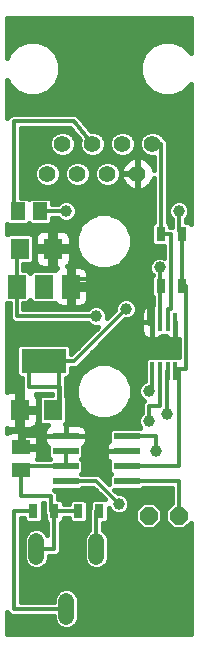
<source format=gtl>
G75*
%MOIN*%
%OFA0B0*%
%FSLAX24Y24*%
%IPPOS*%
%LPD*%
%AMOC8*
5,1,8,0,0,1.08239X$1,22.5*
%
%ADD10C,0.0554*%
%ADD11R,0.0866X0.0236*%
%ADD12R,0.0591X0.0512*%
%ADD13R,0.0630X0.0709*%
%ADD14R,0.0315X0.0472*%
%ADD15C,0.0520*%
%ADD16R,0.0512X0.0591*%
%ADD17R,0.0180X0.0590*%
%ADD18R,0.0591X0.0787*%
%ADD19R,0.1496X0.0787*%
%ADD20OC8,0.0594*%
%ADD21C,0.0160*%
%ADD22C,0.0140*%
%ADD23C,0.0396*%
D10*
X001805Y015805D03*
X002805Y015805D03*
X003805Y015805D03*
X004805Y015805D03*
X004305Y016805D03*
X005305Y016805D03*
X003305Y016805D03*
X002305Y016805D03*
D11*
X002406Y007055D03*
X002406Y006555D03*
X002406Y006055D03*
X002406Y005555D03*
X004454Y005555D03*
X004454Y006055D03*
X004454Y006555D03*
X004454Y007055D03*
D12*
X000930Y006679D03*
X000930Y005931D03*
D13*
X000879Y007930D03*
X001981Y007930D03*
X001981Y013305D03*
X000879Y013305D03*
D14*
X005576Y013805D03*
X006284Y013805D03*
X006284Y012055D03*
X005576Y012055D03*
X003534Y004555D03*
X002826Y004555D03*
X002034Y004555D03*
X001326Y004555D03*
D15*
X001430Y003565D02*
X001430Y003045D01*
X002430Y001565D02*
X002430Y001045D01*
X003430Y003045D02*
X003430Y003565D01*
D16*
X001554Y014555D03*
X000806Y014555D03*
D17*
X005300Y010865D03*
X005550Y010865D03*
X005810Y010865D03*
X006060Y010865D03*
X006060Y009245D03*
X005810Y009245D03*
X005550Y009245D03*
X005300Y009245D03*
D18*
X002586Y012045D03*
X001680Y012045D03*
X000774Y012045D03*
D19*
X001680Y009565D03*
D20*
X005180Y004405D03*
X006180Y004405D03*
D21*
X000460Y001200D02*
X000460Y000460D01*
X006586Y000460D01*
X006586Y004165D01*
X006369Y003948D01*
X005991Y003948D01*
X005723Y004216D01*
X005723Y004594D01*
X005950Y004821D01*
X005950Y005325D01*
X005001Y005325D01*
X004953Y005277D01*
X004033Y005277D01*
X004147Y005163D01*
X004251Y005163D01*
X004383Y005109D01*
X004484Y005008D01*
X004538Y004876D01*
X004538Y004734D01*
X004484Y004602D01*
X004383Y004501D01*
X004251Y004447D01*
X004109Y004447D01*
X003977Y004501D01*
X003876Y004602D01*
X003852Y004662D01*
X003852Y004253D01*
X003758Y004159D01*
X003660Y004159D01*
X003660Y003924D01*
X003668Y003921D01*
X003786Y003803D01*
X003850Y003649D01*
X003850Y002961D01*
X003786Y002807D01*
X003668Y002689D01*
X003514Y002625D01*
X003346Y002625D01*
X003192Y002689D01*
X003074Y002807D01*
X003010Y002961D01*
X003010Y003649D01*
X003074Y003803D01*
X003192Y003921D01*
X003200Y003924D01*
X003200Y004650D01*
X003217Y004667D01*
X003217Y004857D01*
X003311Y004951D01*
X003709Y004951D01*
X003335Y005325D01*
X002954Y005325D01*
X002906Y005277D01*
X002033Y005277D01*
X002160Y005150D01*
X002160Y004951D01*
X002258Y004951D01*
X002352Y004857D01*
X002352Y004785D01*
X002508Y004785D01*
X002508Y004857D01*
X002602Y004951D01*
X003049Y004951D01*
X003143Y004857D01*
X003143Y004253D01*
X003049Y004159D01*
X002602Y004159D01*
X002508Y004253D01*
X002508Y004325D01*
X002352Y004325D01*
X002352Y004253D01*
X002264Y004165D01*
X002264Y003210D01*
X002130Y003075D01*
X001850Y003075D01*
X001850Y002961D01*
X001786Y002807D01*
X001668Y002689D01*
X001514Y002625D01*
X001346Y002625D01*
X001192Y002689D01*
X001074Y002807D01*
X001010Y002961D01*
X001010Y003649D01*
X001074Y003803D01*
X001192Y003921D01*
X001346Y003985D01*
X001514Y003985D01*
X001668Y003921D01*
X001786Y003803D01*
X001804Y003759D01*
X001804Y004165D01*
X001717Y004253D01*
X001717Y004443D01*
X001700Y004460D01*
X001700Y004825D01*
X001643Y004825D01*
X001643Y004253D01*
X001549Y004159D01*
X001102Y004159D01*
X001008Y004253D01*
X001008Y004325D01*
X000910Y004325D01*
X000910Y001535D01*
X002010Y001535D01*
X002010Y001649D01*
X002074Y001803D01*
X002192Y001921D01*
X002346Y001985D01*
X002514Y001985D01*
X002668Y001921D01*
X002786Y001803D01*
X002850Y001649D01*
X002850Y000961D01*
X002786Y000807D01*
X002668Y000689D01*
X002514Y000625D01*
X002346Y000625D01*
X002192Y000689D01*
X002074Y000807D01*
X002010Y000961D01*
X002010Y001075D01*
X000585Y001075D01*
X000460Y001200D01*
X000460Y001131D02*
X000529Y001131D01*
X000460Y000973D02*
X002010Y000973D01*
X002071Y000814D02*
X000460Y000814D01*
X000460Y000656D02*
X002273Y000656D01*
X002587Y000656D02*
X006586Y000656D01*
X006586Y000814D02*
X002789Y000814D01*
X002850Y000973D02*
X006586Y000973D01*
X006586Y001131D02*
X002850Y001131D01*
X002850Y001290D02*
X006586Y001290D01*
X006586Y001448D02*
X002850Y001448D01*
X002850Y001607D02*
X006586Y001607D01*
X006586Y001765D02*
X002802Y001765D01*
X002662Y001924D02*
X006586Y001924D01*
X006586Y002082D02*
X000910Y002082D01*
X000910Y001924D02*
X002198Y001924D01*
X002058Y001765D02*
X000910Y001765D01*
X000910Y001607D02*
X002010Y001607D01*
X000910Y002241D02*
X006586Y002241D01*
X006586Y002399D02*
X000910Y002399D01*
X000910Y002558D02*
X006586Y002558D01*
X006586Y002716D02*
X003695Y002716D01*
X003814Y002875D02*
X006586Y002875D01*
X006586Y003033D02*
X003850Y003033D01*
X003850Y003192D02*
X006586Y003192D01*
X006586Y003350D02*
X003850Y003350D01*
X003850Y003509D02*
X006586Y003509D01*
X006586Y003667D02*
X003842Y003667D01*
X003763Y003826D02*
X006586Y003826D01*
X006586Y003984D02*
X006405Y003984D01*
X006564Y004143D02*
X006586Y004143D01*
X005955Y003984D02*
X005405Y003984D01*
X005369Y003948D02*
X005637Y004216D01*
X005637Y004594D01*
X005369Y004862D01*
X004991Y004862D01*
X004723Y004594D01*
X004723Y004216D01*
X004991Y003948D01*
X005369Y003948D01*
X005564Y004143D02*
X005796Y004143D01*
X005723Y004301D02*
X005637Y004301D01*
X005637Y004460D02*
X005723Y004460D01*
X005747Y004618D02*
X005613Y004618D01*
X005455Y004777D02*
X005905Y004777D01*
X005950Y004935D02*
X004514Y004935D01*
X004538Y004777D02*
X004905Y004777D01*
X004747Y004618D02*
X004490Y004618D01*
X004282Y004460D02*
X004723Y004460D01*
X004723Y004301D02*
X003852Y004301D01*
X003852Y004460D02*
X004078Y004460D01*
X003870Y004618D02*
X003852Y004618D01*
X003660Y004143D02*
X004796Y004143D01*
X004955Y003984D02*
X003660Y003984D01*
X003200Y003984D02*
X002264Y003984D01*
X002264Y003826D02*
X003097Y003826D01*
X003018Y003667D02*
X002264Y003667D01*
X002264Y003509D02*
X003010Y003509D01*
X003010Y003350D02*
X002264Y003350D01*
X002246Y003192D02*
X003010Y003192D01*
X003010Y003033D02*
X001850Y003033D01*
X001814Y002875D02*
X003046Y002875D01*
X003165Y002716D02*
X001695Y002716D01*
X001165Y002716D02*
X000910Y002716D01*
X000910Y002875D02*
X001046Y002875D01*
X001010Y003033D02*
X000910Y003033D01*
X000910Y003192D02*
X001010Y003192D01*
X001010Y003350D02*
X000910Y003350D01*
X000910Y003509D02*
X001010Y003509D01*
X001018Y003667D02*
X000910Y003667D01*
X000910Y003826D02*
X001097Y003826D01*
X000910Y003984D02*
X001344Y003984D01*
X001516Y003984D02*
X001804Y003984D01*
X001804Y003826D02*
X001763Y003826D01*
X001804Y004143D02*
X000910Y004143D01*
X000910Y004301D02*
X001008Y004301D01*
X001643Y004301D02*
X001717Y004301D01*
X001700Y004460D02*
X001643Y004460D01*
X001643Y004618D02*
X001700Y004618D01*
X001700Y004777D02*
X001643Y004777D01*
X002160Y005094D02*
X003566Y005094D01*
X003408Y005252D02*
X002058Y005252D01*
X002274Y004935D02*
X002586Y004935D01*
X003066Y004935D02*
X003294Y004935D01*
X003217Y004777D02*
X003143Y004777D01*
X003143Y004618D02*
X003200Y004618D01*
X003200Y004460D02*
X003143Y004460D01*
X003143Y004301D02*
X003200Y004301D01*
X003200Y004143D02*
X002264Y004143D01*
X002352Y004301D02*
X002508Y004301D01*
X004058Y005252D02*
X005950Y005252D01*
X005950Y005094D02*
X004398Y005094D01*
X003861Y005450D02*
X003525Y005785D01*
X003335Y005785D01*
X002954Y005785D01*
X002934Y005805D01*
X002999Y005871D01*
X002999Y006239D01*
X002934Y006305D01*
X002999Y006371D01*
X002999Y006707D01*
X003018Y006719D01*
X003057Y006758D01*
X003088Y006804D01*
X003109Y006855D01*
X003119Y006909D01*
X003119Y007055D01*
X003119Y007201D01*
X003109Y007255D01*
X003088Y007306D01*
X003057Y007352D01*
X003018Y007391D01*
X002972Y007421D01*
X002921Y007442D01*
X002867Y007453D01*
X002406Y007453D01*
X002400Y007453D01*
X002456Y007509D01*
X002456Y008351D01*
X002420Y008387D01*
X002420Y008727D01*
X002410Y008751D01*
X002410Y009011D01*
X002494Y009011D01*
X002588Y009105D01*
X002588Y009325D01*
X002775Y009325D01*
X004397Y010947D01*
X004501Y010947D01*
X004633Y011001D01*
X004734Y011102D01*
X004788Y011234D01*
X004788Y011376D01*
X004734Y011508D01*
X004633Y011609D01*
X004501Y011663D01*
X004359Y011663D01*
X004227Y011609D01*
X004126Y011508D01*
X004072Y011376D01*
X004072Y011272D01*
X003788Y010988D01*
X003788Y011126D01*
X003734Y011258D01*
X003633Y011359D01*
X003501Y011413D01*
X003359Y011413D01*
X003227Y011359D01*
X003154Y011285D01*
X001004Y011285D01*
X001004Y011491D01*
X001136Y011491D01*
X001227Y011583D01*
X001318Y011491D01*
X002042Y011491D01*
X002053Y011503D01*
X002073Y011473D01*
X002112Y011434D01*
X002158Y011403D01*
X002209Y011382D01*
X002263Y011371D01*
X002518Y011371D01*
X002518Y011978D01*
X002653Y011978D01*
X002653Y012113D01*
X002518Y012113D01*
X002518Y012719D01*
X002453Y012719D01*
X002475Y012733D01*
X002514Y012772D01*
X002544Y012818D01*
X002565Y012869D01*
X002576Y012923D01*
X002576Y013228D01*
X002059Y013228D01*
X002059Y013382D01*
X002576Y013382D01*
X002576Y013687D01*
X002565Y013741D01*
X002544Y013792D01*
X002514Y013838D01*
X002475Y013877D01*
X002429Y013907D01*
X002378Y013929D01*
X002324Y013939D01*
X002059Y013939D01*
X002059Y013382D01*
X001904Y013382D01*
X001904Y013228D01*
X001386Y013228D01*
X001386Y012923D01*
X001397Y012869D01*
X001418Y012818D01*
X001449Y012772D01*
X001488Y012733D01*
X001534Y012703D01*
X001585Y012681D01*
X001639Y012671D01*
X001904Y012671D01*
X001904Y013228D01*
X002059Y013228D01*
X002059Y012671D01*
X002133Y012671D01*
X002112Y012656D01*
X002073Y012617D01*
X002053Y012588D01*
X002042Y012599D01*
X001318Y012599D01*
X001227Y012508D01*
X001136Y012599D01*
X001004Y012599D01*
X001004Y012791D01*
X001260Y012791D01*
X001354Y012884D01*
X001354Y013726D01*
X001260Y013819D01*
X000498Y013819D01*
X000460Y013782D01*
X000460Y014124D01*
X000484Y014100D01*
X001128Y014100D01*
X001180Y014152D01*
X001232Y014100D01*
X001876Y014100D01*
X001970Y014193D01*
X001970Y014325D01*
X002154Y014325D01*
X002227Y014251D01*
X002359Y014197D01*
X002501Y014197D01*
X002633Y014251D01*
X002734Y014352D01*
X002788Y014484D01*
X002788Y014626D01*
X002734Y014758D01*
X002633Y014859D01*
X002501Y014913D01*
X002359Y014913D01*
X002227Y014859D01*
X002154Y014785D01*
X001970Y014785D01*
X001970Y014917D01*
X001876Y015010D01*
X001232Y015010D01*
X001180Y014958D01*
X001128Y015010D01*
X000910Y015010D01*
X000910Y017325D01*
X002572Y017325D01*
X002890Y016944D01*
X002868Y016892D01*
X002868Y016718D01*
X002934Y016557D01*
X003057Y016434D01*
X003218Y016368D01*
X003392Y016368D01*
X003553Y016434D01*
X003676Y016557D01*
X003742Y016718D01*
X003742Y016892D01*
X003676Y017053D01*
X003553Y017176D01*
X003392Y017242D01*
X003240Y017242D01*
X002910Y017638D01*
X002910Y017650D01*
X002850Y017710D01*
X002796Y017775D01*
X002784Y017777D01*
X002775Y017785D01*
X002690Y017785D01*
X002606Y017793D01*
X002597Y017785D01*
X000585Y017785D01*
X000460Y017660D01*
X000460Y018941D01*
X000525Y018784D01*
X000784Y018525D01*
X001122Y018385D01*
X001488Y018385D01*
X001826Y018525D01*
X002085Y018784D01*
X002225Y019122D01*
X002225Y019488D01*
X002085Y019826D01*
X001826Y020085D01*
X001488Y020225D01*
X001122Y020225D01*
X000784Y020085D01*
X000525Y019826D01*
X000460Y019669D01*
X000460Y021011D01*
X006586Y021011D01*
X006586Y019824D01*
X006585Y019826D01*
X006326Y020085D01*
X005988Y020225D01*
X005622Y020225D01*
X005284Y020085D01*
X005025Y019826D01*
X004885Y019488D01*
X004885Y019122D01*
X005025Y018784D01*
X005284Y018525D01*
X005622Y018385D01*
X005988Y018385D01*
X006326Y018525D01*
X006585Y018784D01*
X006586Y018786D01*
X006586Y014123D01*
X006508Y014201D01*
X006410Y014201D01*
X006410Y014279D01*
X006484Y014352D01*
X006538Y014484D01*
X006538Y014626D01*
X006484Y014758D01*
X006383Y014859D01*
X006251Y014913D01*
X006109Y014913D01*
X005977Y014859D01*
X005876Y014758D01*
X005822Y014626D01*
X005822Y014484D01*
X005876Y014352D01*
X005950Y014279D01*
X005950Y014035D01*
X005893Y014035D01*
X005893Y014107D01*
X005806Y014195D01*
X005806Y016900D01*
X005691Y017015D01*
X005676Y017053D01*
X005553Y017176D01*
X005392Y017242D01*
X005218Y017242D01*
X005057Y017176D01*
X004934Y017053D01*
X004868Y016892D01*
X004868Y016718D01*
X004934Y016557D01*
X005057Y016434D01*
X005218Y016368D01*
X005346Y016368D01*
X005346Y015944D01*
X005321Y016019D01*
X005282Y016097D01*
X005230Y016168D01*
X005168Y016230D01*
X005097Y016282D01*
X005019Y016321D01*
X004935Y016348D01*
X004849Y016362D01*
X004814Y016362D01*
X004814Y015814D01*
X004796Y015814D01*
X004796Y016362D01*
X004761Y016362D01*
X004675Y016348D01*
X004591Y016321D01*
X004513Y016282D01*
X004442Y016230D01*
X004380Y016168D01*
X004328Y016097D01*
X004289Y016019D01*
X004262Y015935D01*
X004248Y015849D01*
X004248Y015814D01*
X004796Y015814D01*
X004796Y015796D01*
X004814Y015796D01*
X004814Y015248D01*
X004849Y015248D01*
X004935Y015262D01*
X005019Y015289D01*
X005097Y015328D01*
X005168Y015380D01*
X005230Y015442D01*
X005282Y015513D01*
X005321Y015591D01*
X005346Y015666D01*
X005346Y014195D01*
X005258Y014107D01*
X005258Y013503D01*
X005352Y013409D01*
X005700Y013409D01*
X005700Y013008D01*
X005626Y013038D01*
X005484Y013038D01*
X005352Y012984D01*
X005251Y012883D01*
X005197Y012751D01*
X005197Y012609D01*
X005251Y012477D01*
X005315Y012414D01*
X005258Y012357D01*
X005258Y011753D01*
X005320Y011691D01*
X005320Y011440D01*
X005300Y011440D01*
X005300Y011226D01*
X005300Y010865D01*
X005300Y010865D01*
X005300Y010504D01*
X005300Y010504D01*
X005300Y010290D01*
X005418Y010290D01*
X005472Y010301D01*
X005523Y010322D01*
X005568Y010353D01*
X005607Y010392D01*
X005620Y010410D01*
X005740Y010410D01*
X005753Y010392D01*
X005792Y010353D01*
X005837Y010322D01*
X005888Y010301D01*
X005942Y010290D01*
X006060Y010290D01*
X006178Y010290D01*
X006200Y010294D01*
X006200Y009700D01*
X005144Y009700D01*
X005050Y009606D01*
X005050Y008889D01*
X004977Y008859D01*
X004876Y008758D01*
X004822Y008626D01*
X004822Y008484D01*
X004876Y008352D01*
X004977Y008251D01*
X005029Y008230D01*
X004950Y008150D01*
X004950Y007831D01*
X004876Y007758D01*
X004822Y007626D01*
X004822Y007484D01*
X004876Y007352D01*
X004895Y007333D01*
X003954Y007333D01*
X003861Y007239D01*
X003861Y006903D01*
X003842Y006891D01*
X003803Y006852D01*
X003772Y006806D01*
X003751Y006755D01*
X003741Y006701D01*
X003741Y006555D01*
X003741Y006409D01*
X003751Y006355D01*
X003772Y006304D01*
X003803Y006258D01*
X003842Y006219D01*
X003861Y006207D01*
X003861Y005871D01*
X003926Y005805D01*
X003861Y005739D01*
X003861Y005450D01*
X003861Y005569D02*
X003741Y005569D01*
X003861Y005728D02*
X003583Y005728D01*
X003861Y005886D02*
X002999Y005886D01*
X002999Y006045D02*
X003861Y006045D01*
X003861Y006203D02*
X002999Y006203D01*
X002990Y006362D02*
X003750Y006362D01*
X003741Y006520D02*
X002999Y006520D01*
X002999Y006679D02*
X003741Y006679D01*
X003741Y006555D02*
X004454Y006555D01*
X003741Y006555D01*
X003793Y006837D02*
X003101Y006837D01*
X003119Y006996D02*
X003861Y006996D01*
X003861Y007154D02*
X003119Y007154D01*
X003119Y007055D02*
X002406Y007055D01*
X001693Y007055D01*
X001693Y006909D01*
X001704Y006855D01*
X001725Y006804D01*
X001756Y006758D01*
X001795Y006719D01*
X001813Y006707D01*
X001813Y006371D01*
X001879Y006305D01*
X001859Y006285D01*
X001470Y006285D01*
X001473Y006290D01*
X001495Y006341D01*
X001505Y006396D01*
X001505Y006631D01*
X000978Y006631D01*
X000978Y006727D01*
X001505Y006727D01*
X001505Y006962D01*
X001495Y007017D01*
X001473Y007068D01*
X001443Y007113D01*
X001404Y007152D01*
X001358Y007183D01*
X001307Y007204D01*
X001253Y007215D01*
X000978Y007215D01*
X000978Y006727D01*
X000882Y006727D01*
X000882Y007215D01*
X000607Y007215D01*
X000553Y007204D01*
X000502Y007183D01*
X000460Y007155D01*
X000460Y007316D01*
X000482Y007306D01*
X000536Y007296D01*
X000801Y007296D01*
X000801Y007853D01*
X000956Y007853D01*
X000956Y008007D01*
X001474Y008007D01*
X001474Y008312D01*
X001463Y008366D01*
X001442Y008417D01*
X001420Y008449D01*
X001940Y008449D01*
X001940Y008444D01*
X001600Y008444D01*
X001506Y008351D01*
X001506Y007509D01*
X001600Y007416D01*
X001832Y007416D01*
X001795Y007391D01*
X001756Y007352D01*
X001725Y007306D01*
X001704Y007255D01*
X001693Y007201D01*
X001693Y007055D01*
X002406Y007055D01*
X002406Y007055D01*
X002406Y007453D01*
X002406Y007055D01*
X002406Y007055D01*
X002406Y007055D01*
X003119Y007055D01*
X003083Y007313D02*
X003934Y007313D01*
X003865Y007625D02*
X003495Y007625D01*
X003153Y007767D01*
X002892Y008028D01*
X002750Y008370D01*
X002750Y008740D01*
X002892Y009082D01*
X003153Y009343D01*
X003495Y009485D01*
X003865Y009485D01*
X004207Y009343D01*
X004468Y009082D01*
X004610Y008740D01*
X004610Y008370D01*
X004468Y008028D01*
X004207Y007767D01*
X003865Y007625D01*
X003876Y007630D02*
X004823Y007630D01*
X004827Y007471D02*
X002418Y007471D01*
X002406Y007313D02*
X002406Y007313D01*
X002406Y007154D02*
X002406Y007154D01*
X002456Y007630D02*
X003484Y007630D01*
X003132Y007788D02*
X002456Y007788D01*
X002456Y007947D02*
X002973Y007947D01*
X002860Y008105D02*
X002456Y008105D01*
X002456Y008264D02*
X002794Y008264D01*
X002750Y008422D02*
X002420Y008422D01*
X002420Y008581D02*
X002750Y008581D01*
X002750Y008739D02*
X002415Y008739D01*
X002410Y008898D02*
X002815Y008898D01*
X002881Y009056D02*
X002539Y009056D01*
X002588Y009215D02*
X003024Y009215D01*
X002823Y009373D02*
X003225Y009373D01*
X002982Y009532D02*
X005050Y009532D01*
X005050Y009373D02*
X004135Y009373D01*
X004336Y009215D02*
X005050Y009215D01*
X005050Y009056D02*
X004479Y009056D01*
X004545Y008898D02*
X005050Y008898D01*
X004869Y008739D02*
X004610Y008739D01*
X004610Y008581D02*
X004822Y008581D01*
X004847Y008422D02*
X004610Y008422D01*
X004566Y008264D02*
X004965Y008264D01*
X004950Y008105D02*
X004500Y008105D01*
X004387Y007947D02*
X004950Y007947D01*
X004907Y007788D02*
X004228Y007788D01*
X004454Y006555D02*
X004454Y006555D01*
X002180Y007930D02*
X002180Y008679D01*
X001578Y008422D02*
X001439Y008422D01*
X001474Y008264D02*
X001506Y008264D01*
X001506Y008105D02*
X001474Y008105D01*
X001506Y007947D02*
X000956Y007947D01*
X000956Y008007D02*
X000801Y008007D01*
X000801Y008564D01*
X000536Y008564D01*
X000482Y008554D01*
X000460Y008544D01*
X000460Y011491D01*
X000544Y011491D01*
X000544Y010960D01*
X000679Y010825D01*
X000870Y010825D01*
X003154Y010825D01*
X003227Y010751D01*
X003359Y010697D01*
X003497Y010697D01*
X002588Y009788D01*
X002588Y010025D01*
X002494Y010119D01*
X000866Y010119D01*
X000772Y010025D01*
X000772Y009105D01*
X000866Y009011D01*
X000950Y009011D01*
X000950Y008584D01*
X000969Y008564D01*
X000956Y008564D01*
X000956Y008007D01*
X000956Y008105D02*
X000801Y008105D01*
X000801Y008264D02*
X000956Y008264D01*
X000956Y008422D02*
X000801Y008422D01*
X000953Y008581D02*
X000460Y008581D01*
X000460Y008739D02*
X000950Y008739D01*
X000950Y008898D02*
X000460Y008898D01*
X000460Y009056D02*
X000821Y009056D01*
X000772Y009215D02*
X000460Y009215D01*
X000460Y009373D02*
X000772Y009373D01*
X000772Y009532D02*
X000460Y009532D01*
X000460Y009690D02*
X000772Y009690D01*
X000772Y009849D02*
X000460Y009849D01*
X000460Y010007D02*
X000772Y010007D01*
X000460Y010166D02*
X002965Y010166D01*
X003124Y010324D02*
X000460Y010324D01*
X000460Y010483D02*
X003282Y010483D01*
X003441Y010641D02*
X000460Y010641D01*
X000460Y010800D02*
X003179Y010800D01*
X003788Y011117D02*
X003916Y011117D01*
X004072Y011275D02*
X003716Y011275D01*
X004096Y011434D02*
X003059Y011434D01*
X003098Y011473D01*
X003129Y011519D01*
X003150Y011570D01*
X003161Y011624D01*
X003161Y011978D01*
X002653Y011978D01*
X002653Y011371D01*
X002908Y011371D01*
X002962Y011382D01*
X003013Y011403D01*
X003059Y011434D01*
X003154Y011592D02*
X004211Y011592D01*
X004649Y011592D02*
X005320Y011592D01*
X005300Y011440D02*
X005182Y011440D01*
X005128Y011429D01*
X005077Y011408D01*
X005032Y011377D01*
X004993Y011338D01*
X004962Y011293D01*
X004941Y011242D01*
X004930Y011188D01*
X004930Y010865D01*
X005300Y010865D01*
X005300Y010865D01*
X005300Y010865D01*
X005300Y011440D01*
X005300Y011434D02*
X005300Y011434D01*
X005150Y011434D02*
X004764Y011434D01*
X004788Y011275D02*
X004955Y011275D01*
X004930Y011117D02*
X004740Y011117D01*
X004930Y010958D02*
X004528Y010958D01*
X004250Y010800D02*
X004930Y010800D01*
X004930Y010865D02*
X004930Y010542D01*
X004941Y010488D01*
X004962Y010437D01*
X004993Y010392D01*
X005032Y010353D01*
X005077Y010322D01*
X005128Y010301D01*
X005182Y010290D01*
X005300Y010290D01*
X005300Y010865D01*
X004930Y010865D01*
X004930Y010641D02*
X004091Y010641D01*
X003933Y010483D02*
X004943Y010483D01*
X005074Y010324D02*
X003774Y010324D01*
X003616Y010166D02*
X006200Y010166D01*
X006200Y010007D02*
X003457Y010007D01*
X003299Y009849D02*
X006200Y009849D01*
X006060Y010290D02*
X006060Y010865D01*
X006060Y010865D01*
X006060Y010504D01*
X006060Y010504D01*
X006060Y010290D01*
X006060Y010324D02*
X006060Y010324D01*
X006060Y010483D02*
X006060Y010483D01*
X006060Y010641D02*
X006060Y010641D01*
X006060Y010800D02*
X006060Y010800D01*
X005834Y010324D02*
X005526Y010324D01*
X005300Y010324D02*
X005300Y010324D01*
X005300Y010483D02*
X005300Y010483D01*
X005300Y010641D02*
X005300Y010641D01*
X005300Y010800D02*
X005300Y010800D01*
X005300Y010958D02*
X005300Y010958D01*
X005300Y011117D02*
X005300Y011117D01*
X005300Y011226D02*
X005300Y011226D01*
X005300Y011275D02*
X005300Y011275D01*
X005260Y011751D02*
X003161Y011751D01*
X003161Y011909D02*
X005258Y011909D01*
X005258Y012068D02*
X002653Y012068D01*
X002653Y012113D02*
X003161Y012113D01*
X003161Y012466D01*
X003150Y012521D01*
X003129Y012571D01*
X003098Y012617D01*
X003059Y012656D01*
X003013Y012687D01*
X002962Y012708D01*
X002908Y012719D01*
X002653Y012719D01*
X002653Y012113D01*
X002653Y012226D02*
X002518Y012226D01*
X002518Y012385D02*
X002653Y012385D01*
X002653Y012543D02*
X002518Y012543D01*
X002518Y012702D02*
X002653Y012702D01*
X002562Y012860D02*
X003060Y012860D01*
X003153Y012767D02*
X003495Y012625D01*
X003865Y012625D01*
X004207Y012767D01*
X004468Y013028D01*
X004610Y013370D01*
X004610Y013740D01*
X004468Y014082D01*
X004207Y014343D01*
X003865Y014485D01*
X003495Y014485D01*
X003153Y014343D01*
X002892Y014082D01*
X002750Y013740D01*
X002750Y013370D01*
X002892Y013028D01*
X003153Y012767D01*
X003310Y012702D02*
X002978Y012702D01*
X003141Y012543D02*
X005224Y012543D01*
X005197Y012702D02*
X004050Y012702D01*
X004300Y012860D02*
X005242Y012860D01*
X005436Y013019D02*
X004459Y013019D01*
X004530Y013177D02*
X005700Y013177D01*
X005700Y013019D02*
X005674Y013019D01*
X005700Y013336D02*
X004596Y013336D01*
X004610Y013494D02*
X005267Y013494D01*
X005258Y013653D02*
X004610Y013653D01*
X004581Y013811D02*
X005258Y013811D01*
X005258Y013970D02*
X004515Y013970D01*
X004422Y014128D02*
X005279Y014128D01*
X005346Y014287D02*
X004264Y014287D01*
X003962Y014445D02*
X005346Y014445D01*
X005346Y014604D02*
X002788Y014604D01*
X002772Y014445D02*
X003398Y014445D01*
X003096Y014287D02*
X002668Y014287D01*
X002938Y014128D02*
X001904Y014128D01*
X001970Y014287D02*
X002192Y014287D01*
X001904Y013939D02*
X001639Y013939D01*
X001585Y013929D01*
X001534Y013907D01*
X001488Y013877D01*
X001449Y013838D01*
X001418Y013792D01*
X001397Y013741D01*
X001386Y013687D01*
X001386Y013382D01*
X001904Y013382D01*
X001904Y013939D01*
X001904Y013811D02*
X002059Y013811D01*
X002059Y013653D02*
X001904Y013653D01*
X001904Y013494D02*
X002059Y013494D01*
X002059Y013336D02*
X002764Y013336D01*
X002750Y013494D02*
X002576Y013494D01*
X002576Y013653D02*
X002750Y013653D01*
X002779Y013811D02*
X002532Y013811D01*
X002845Y013970D02*
X000460Y013970D01*
X000460Y013811D02*
X000489Y013811D01*
X001156Y014128D02*
X001204Y014128D01*
X001268Y013811D02*
X001431Y013811D01*
X001386Y013653D02*
X001354Y013653D01*
X001354Y013494D02*
X001386Y013494D01*
X001354Y013336D02*
X001904Y013336D01*
X001904Y013177D02*
X002059Y013177D01*
X002059Y013019D02*
X001904Y013019D01*
X001904Y012860D02*
X002059Y012860D01*
X002059Y012702D02*
X001904Y012702D01*
X001536Y012702D02*
X001004Y012702D01*
X001192Y012543D02*
X001263Y012543D01*
X001329Y012860D02*
X001401Y012860D01*
X001386Y013019D02*
X001354Y013019D01*
X001354Y013177D02*
X001386Y013177D01*
X002576Y013177D02*
X002830Y013177D01*
X002901Y013019D02*
X002576Y013019D01*
X003161Y012385D02*
X005285Y012385D01*
X005258Y012226D02*
X003161Y012226D01*
X002653Y011909D02*
X002518Y011909D01*
X002518Y011751D02*
X002653Y011751D01*
X002653Y011592D02*
X002518Y011592D01*
X002518Y011434D02*
X002653Y011434D01*
X002112Y011434D02*
X001004Y011434D01*
X000544Y011434D02*
X000460Y011434D01*
X000460Y011275D02*
X000544Y011275D01*
X000544Y011117D02*
X000460Y011117D01*
X000460Y010958D02*
X000546Y010958D01*
X002588Y010007D02*
X002807Y010007D01*
X002648Y009849D02*
X002588Y009849D01*
X003140Y009690D02*
X005134Y009690D01*
X001730Y007313D02*
X001290Y007313D01*
X001275Y007306D02*
X001326Y007328D01*
X001372Y007358D01*
X001411Y007397D01*
X001442Y007443D01*
X001463Y007494D01*
X001474Y007548D01*
X001474Y007853D01*
X000956Y007853D01*
X000956Y007296D01*
X001221Y007296D01*
X001275Y007306D01*
X001401Y007154D02*
X001693Y007154D01*
X001693Y006996D02*
X001499Y006996D01*
X001505Y006837D02*
X001712Y006837D01*
X001813Y006679D02*
X000978Y006679D01*
X000978Y006837D02*
X000882Y006837D01*
X000882Y006996D02*
X000978Y006996D01*
X000978Y007154D02*
X000882Y007154D01*
X000956Y007313D02*
X000801Y007313D01*
X000801Y007471D02*
X000956Y007471D01*
X000956Y007630D02*
X000801Y007630D01*
X000801Y007788D02*
X000956Y007788D01*
X001474Y007788D02*
X001506Y007788D01*
X001506Y007630D02*
X001474Y007630D01*
X001453Y007471D02*
X001545Y007471D01*
X001505Y006520D02*
X001813Y006520D01*
X001822Y006362D02*
X001499Y006362D01*
X000468Y007313D02*
X000460Y007313D01*
X000460Y000497D02*
X006586Y000497D01*
X006581Y014128D02*
X006586Y014128D01*
X006586Y014287D02*
X006418Y014287D01*
X006522Y014445D02*
X006586Y014445D01*
X006586Y014604D02*
X006538Y014604D01*
X006586Y014762D02*
X006479Y014762D01*
X006586Y014921D02*
X005806Y014921D01*
X005806Y015079D02*
X006586Y015079D01*
X006586Y015238D02*
X005806Y015238D01*
X005806Y015396D02*
X006586Y015396D01*
X006586Y015555D02*
X005806Y015555D01*
X005806Y015713D02*
X006586Y015713D01*
X006586Y015872D02*
X005806Y015872D01*
X005806Y016030D02*
X006586Y016030D01*
X006586Y016189D02*
X005806Y016189D01*
X005806Y016347D02*
X006586Y016347D01*
X006586Y016506D02*
X005806Y016506D01*
X005806Y016664D02*
X006586Y016664D01*
X006586Y016823D02*
X005806Y016823D01*
X005725Y016981D02*
X006586Y016981D01*
X006586Y017140D02*
X005589Y017140D01*
X005021Y017140D02*
X004589Y017140D01*
X004553Y017176D02*
X004392Y017242D01*
X004218Y017242D01*
X004057Y017176D01*
X003934Y017053D01*
X003868Y016892D01*
X003868Y016718D01*
X003934Y016557D01*
X004057Y016434D01*
X004218Y016368D01*
X004392Y016368D01*
X004553Y016434D01*
X004676Y016557D01*
X004742Y016718D01*
X004742Y016892D01*
X004676Y017053D01*
X004553Y017176D01*
X004705Y016981D02*
X004905Y016981D01*
X004868Y016823D02*
X004742Y016823D01*
X004720Y016664D02*
X004890Y016664D01*
X004986Y016506D02*
X004624Y016506D01*
X004670Y016347D02*
X000910Y016347D01*
X000910Y016189D02*
X001589Y016189D01*
X001557Y016176D02*
X001434Y016053D01*
X001368Y015892D01*
X001368Y015718D01*
X001434Y015557D01*
X001557Y015434D01*
X001718Y015368D01*
X001892Y015368D01*
X002053Y015434D01*
X002176Y015557D01*
X002242Y015718D01*
X002242Y015892D01*
X002176Y016053D01*
X002053Y016176D01*
X001892Y016242D01*
X001718Y016242D01*
X001557Y016176D01*
X001425Y016030D02*
X000910Y016030D01*
X000910Y015872D02*
X001368Y015872D01*
X001370Y015713D02*
X000910Y015713D01*
X000910Y015555D02*
X001437Y015555D01*
X001650Y015396D02*
X000910Y015396D01*
X000910Y015238D02*
X005346Y015238D01*
X005346Y015396D02*
X005184Y015396D01*
X005303Y015555D02*
X005346Y015555D01*
X005346Y015079D02*
X000910Y015079D01*
X001966Y014921D02*
X005346Y014921D01*
X005346Y014762D02*
X002729Y014762D01*
X002718Y015368D02*
X002892Y015368D01*
X003053Y015434D01*
X003176Y015557D01*
X003242Y015718D01*
X003242Y015892D01*
X003176Y016053D01*
X003053Y016176D01*
X002892Y016242D01*
X002718Y016242D01*
X002557Y016176D01*
X002434Y016053D01*
X002368Y015892D01*
X002368Y015718D01*
X002434Y015557D01*
X002557Y015434D01*
X002718Y015368D01*
X002650Y015396D02*
X001960Y015396D01*
X002173Y015555D02*
X002437Y015555D01*
X002370Y015713D02*
X002240Y015713D01*
X002242Y015872D02*
X002368Y015872D01*
X002425Y016030D02*
X002185Y016030D01*
X002021Y016189D02*
X002589Y016189D01*
X002553Y016434D02*
X002392Y016368D01*
X002218Y016368D01*
X002057Y016434D01*
X001934Y016557D01*
X001868Y016718D01*
X001868Y016892D01*
X001934Y017053D01*
X002057Y017176D01*
X002218Y017242D01*
X002392Y017242D01*
X002553Y017176D01*
X002676Y017053D01*
X002742Y016892D01*
X002742Y016718D01*
X002676Y016557D01*
X002553Y016434D01*
X002624Y016506D02*
X002986Y016506D01*
X002890Y016664D02*
X002720Y016664D01*
X002742Y016823D02*
X002868Y016823D01*
X002859Y016981D02*
X002705Y016981D01*
X002727Y017140D02*
X002589Y017140D01*
X002595Y017298D02*
X000910Y017298D01*
X000910Y017140D02*
X002021Y017140D01*
X001905Y016981D02*
X000910Y016981D01*
X000910Y016823D02*
X001868Y016823D01*
X001890Y016664D02*
X000910Y016664D01*
X000910Y016506D02*
X001986Y016506D01*
X003021Y016189D02*
X003589Y016189D01*
X003557Y016176D02*
X003434Y016053D01*
X003368Y015892D01*
X003368Y015718D01*
X003434Y015557D01*
X003557Y015434D01*
X003718Y015368D01*
X003892Y015368D01*
X004053Y015434D01*
X004176Y015557D01*
X004242Y015718D01*
X004242Y015892D01*
X004176Y016053D01*
X004053Y016176D01*
X003892Y016242D01*
X003718Y016242D01*
X003557Y016176D01*
X003425Y016030D02*
X003185Y016030D01*
X003242Y015872D02*
X003368Y015872D01*
X003370Y015713D02*
X003240Y015713D01*
X003173Y015555D02*
X003437Y015555D01*
X003650Y015396D02*
X002960Y015396D01*
X003960Y015396D02*
X004426Y015396D01*
X004442Y015380D02*
X004513Y015328D01*
X004591Y015289D01*
X004675Y015262D01*
X004761Y015248D01*
X004796Y015248D01*
X004796Y015796D01*
X004248Y015796D01*
X004248Y015761D01*
X004262Y015675D01*
X004289Y015591D01*
X004328Y015513D01*
X004380Y015442D01*
X004442Y015380D01*
X004307Y015555D02*
X004173Y015555D01*
X004240Y015713D02*
X004255Y015713D01*
X004242Y015872D02*
X004251Y015872D01*
X004294Y016030D02*
X004185Y016030D01*
X004021Y016189D02*
X004401Y016189D01*
X004796Y016189D02*
X004814Y016189D01*
X004814Y016347D02*
X004796Y016347D01*
X004940Y016347D02*
X005346Y016347D01*
X005346Y016189D02*
X005209Y016189D01*
X005316Y016030D02*
X005346Y016030D01*
X004814Y016030D02*
X004796Y016030D01*
X004796Y015872D02*
X004814Y015872D01*
X004814Y015713D02*
X004796Y015713D01*
X004796Y015555D02*
X004814Y015555D01*
X004814Y015396D02*
X004796Y015396D01*
X005806Y014762D02*
X005881Y014762D01*
X005822Y014604D02*
X005806Y014604D01*
X005806Y014445D02*
X005838Y014445D01*
X005806Y014287D02*
X005942Y014287D01*
X005950Y014128D02*
X005873Y014128D01*
X003986Y016506D02*
X003624Y016506D01*
X003720Y016664D02*
X003890Y016664D01*
X003868Y016823D02*
X003742Y016823D01*
X003705Y016981D02*
X003905Y016981D01*
X004021Y017140D02*
X003589Y017140D01*
X003194Y017298D02*
X006586Y017298D01*
X006586Y017457D02*
X003061Y017457D01*
X002929Y017615D02*
X006586Y017615D01*
X006586Y017774D02*
X002797Y017774D01*
X001867Y018566D02*
X005243Y018566D01*
X005084Y018725D02*
X002026Y018725D01*
X002126Y018883D02*
X004984Y018883D01*
X004918Y019042D02*
X002192Y019042D01*
X002225Y019200D02*
X004885Y019200D01*
X004885Y019359D02*
X002225Y019359D01*
X002213Y019517D02*
X004897Y019517D01*
X004963Y019676D02*
X002147Y019676D01*
X002077Y019834D02*
X005033Y019834D01*
X005191Y019993D02*
X001919Y019993D01*
X001667Y020151D02*
X005443Y020151D01*
X006167Y020151D02*
X006586Y020151D01*
X006586Y019993D02*
X006419Y019993D01*
X006577Y019834D02*
X006586Y019834D01*
X006586Y020310D02*
X000460Y020310D01*
X000460Y020468D02*
X006586Y020468D01*
X006586Y020627D02*
X000460Y020627D01*
X000460Y020785D02*
X006586Y020785D01*
X006586Y020944D02*
X000460Y020944D01*
X000460Y020151D02*
X000943Y020151D01*
X000691Y019993D02*
X000460Y019993D01*
X000460Y019834D02*
X000533Y019834D01*
X000463Y019676D02*
X000460Y019676D01*
X000460Y018883D02*
X000484Y018883D01*
X000460Y018725D02*
X000584Y018725D01*
X000460Y018566D02*
X000743Y018566D01*
X000460Y018408D02*
X001068Y018408D01*
X001542Y018408D02*
X005568Y018408D01*
X006042Y018408D02*
X006586Y018408D01*
X006586Y018566D02*
X006367Y018566D01*
X006526Y018725D02*
X006586Y018725D01*
X006586Y018249D02*
X000460Y018249D01*
X000460Y018091D02*
X006586Y018091D01*
X006586Y017932D02*
X000460Y017932D01*
X000460Y017774D02*
X000573Y017774D01*
D22*
X000680Y017555D02*
X000680Y014555D01*
X000806Y014555D01*
X001554Y014555D02*
X002430Y014555D01*
X002586Y013305D02*
X001981Y013305D01*
X002586Y013305D02*
X002586Y012295D01*
X004805Y012295D01*
X004805Y015805D01*
X005305Y016805D02*
X005576Y016805D01*
X005576Y013805D01*
X005930Y013805D01*
X005930Y011305D01*
X005810Y011305D01*
X005810Y010865D01*
X006060Y010865D02*
X006060Y010305D01*
X005305Y010305D01*
X004680Y010055D01*
X004680Y008055D01*
X003680Y007180D01*
X003680Y007055D01*
X002406Y007055D01*
X000930Y007055D01*
X000879Y007930D01*
X001180Y008679D02*
X002180Y008679D01*
X002180Y009555D01*
X002680Y009555D01*
X004430Y011305D01*
X005180Y010805D02*
X005300Y010805D01*
X005300Y010865D01*
X005305Y010865D01*
X005305Y010305D01*
X005180Y010805D02*
X005180Y012295D01*
X004805Y012295D01*
X005555Y012076D02*
X005576Y012055D01*
X005550Y012055D01*
X005550Y010865D01*
X005555Y012076D02*
X005555Y012680D01*
X006284Y012055D02*
X006430Y012055D01*
X006430Y009305D01*
X006060Y009305D01*
X006060Y009245D01*
X006180Y009245D01*
X006180Y006055D01*
X004454Y006055D01*
X004454Y006555D02*
X003680Y006555D01*
X003680Y007055D01*
X004454Y007055D02*
X004680Y007055D01*
X005430Y007055D01*
X005430Y006555D01*
X005180Y007555D02*
X005180Y007805D01*
X005180Y008055D01*
X005550Y008055D01*
X005550Y009245D01*
X005300Y009245D02*
X005300Y008675D01*
X005180Y008555D01*
X005805Y009245D02*
X005805Y007805D01*
X005810Y009245D02*
X005805Y009245D01*
X003430Y011055D02*
X000774Y011055D01*
X000774Y012045D01*
X000774Y013305D01*
X000879Y013305D01*
X002586Y012295D02*
X002586Y012045D01*
X001680Y009555D02*
X001180Y009555D01*
X001180Y008679D01*
X000930Y007055D02*
X000930Y006679D01*
X000930Y006055D02*
X000930Y005931D01*
X000930Y005055D01*
X001930Y005055D01*
X001930Y004555D01*
X002034Y004555D01*
X002034Y003305D01*
X001430Y003305D01*
X001326Y004555D02*
X000680Y004555D01*
X000680Y001305D01*
X002430Y001305D01*
X003430Y003305D02*
X003430Y004555D01*
X003534Y004555D01*
X004180Y004805D02*
X003430Y005555D01*
X002406Y005555D01*
X002406Y006055D02*
X002406Y006555D01*
X002406Y006055D02*
X000930Y006055D01*
X002034Y004555D02*
X002826Y004555D01*
X004454Y005555D02*
X006180Y005555D01*
X006180Y004405D01*
X006284Y012055D02*
X006284Y013805D01*
X006180Y013909D01*
X006180Y014555D01*
X003305Y016805D02*
X002680Y017555D01*
X000680Y017555D01*
D23*
X002430Y014555D03*
X005555Y012680D03*
X004430Y011305D03*
X003430Y011055D03*
X005180Y008555D03*
X005805Y007805D03*
X005180Y007555D03*
X005430Y006555D03*
X004180Y004805D03*
X005680Y002180D03*
X006180Y014555D03*
M02*

</source>
